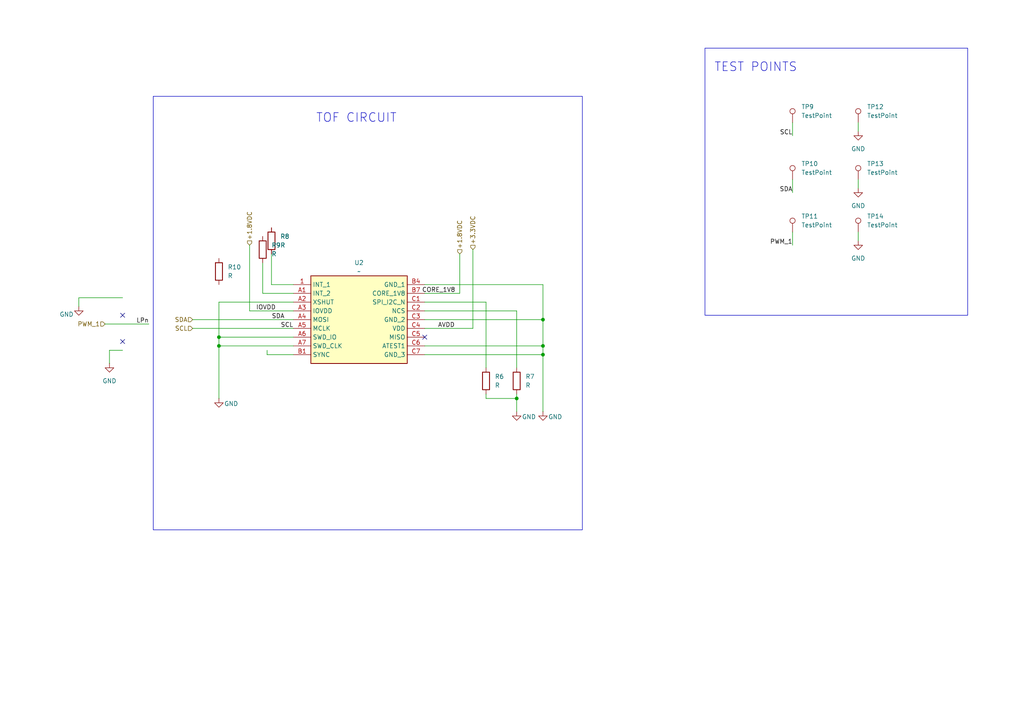
<source format=kicad_sch>
(kicad_sch (version 20231120) (generator "eeschema") (generator_version "8.0")
  (paper "A4")
  (title_block (title "EDGE HUMAN DETECTION BOARD") (rev "0.0.0"))
  (lib_symbols
    (symbol "00_project_parts:VL53L8CXV0GC_1"
      (property "Reference" "U" (at 34.29 7.62 0))
      (property "Value" "VL53L8CXV0GC_1" (at 34.29 5.08 0))
      (symbol "VL53L8CXV0GC_1_1_1"
        (rectangle (start 5.08 2.54) (end 33.02 -22.86) (stroke (width 0.254)) (fill (type background)))
        (pin passive line (at 0 0 0) (length 5.08) (name "INT_1") (number "1"))
        (pin passive line (at 0 -2.54 0) (length 5.08) (name "INT_2") (number "A1"))
        (pin passive line (at 0 -5.08 0) (length 5.08) (name "XSHUT") (number "A2"))
        (pin passive line (at 0 -7.62 0) (length 5.08) (name "IOVDD") (number "A3"))
        (pin passive line (at 0 -10.16 0) (length 5.08) (name "MOSI") (number "A4"))
        (pin passive line (at 0 -12.7 0) (length 5.08) (name "MCLK") (number "A5"))
        (pin passive line (at 0 -15.24 0) (length 5.08) (name "SWD_IO") (number "A6"))
        (pin passive line (at 0 -17.78 0) (length 5.08) (name "SWD_CLK") (number "A7"))
        (pin passive line (at 0 -20.32 0) (length 5.08) (name "SYNC") (number "B1"))
        (pin passive line (at 38.1 0 180) (length 5.08) (name "GND_1") (number "B4"))
        (pin passive line (at 38.1 -2.54 180) (length 5.08) (name "CORE_1V8") (number "B7"))
        (pin passive line (at 38.1 -5.08 180) (length 5.08) (name "SPI_I2C_N") (number "C1"))
        (pin passive line (at 38.1 -7.62 180) (length 5.08) (name "NCS") (number "C2"))
        (pin passive line (at 38.1 -10.16 180) (length 5.08) (name "GND_2") (number "C3"))
        (pin passive line (at 38.1 -12.7 180) (length 5.08) (name "VDD") (number "C4"))
        (pin passive line (at 38.1 -15.24 180) (length 5.08) (name "MISO") (number "C5"))
        (pin passive line (at 38.1 -17.78 180) (length 5.08) (name "ATEST1") (number "C6"))
        (pin passive line (at 38.1 -20.32 180) (length 5.08) (name "GND_3") (number "C7"))
      )
    )
    (symbol "Connector:TestPoint" (pin_numbers hide) (pin_names (offset 0.762) hide)
      (property "Reference" "TP" (at 0 6.858 0))
      (property "Value" "TestPoint" (at 0 5.08 0))
      (symbol "TestPoint_0_1"
        (circle (center 0 3.302) (radius 0.762))
      )
      (symbol "TestPoint_1_1"
        (pin passive line (at 0 0 90) (length 2.54) (name "1") (number "1"))
      )
    )
    (symbol "Device:R" (pin_numbers hide) (pin_names (offset 0))
      (property "Reference" "R" (at 2.032 0 90))
      (property "Value" "R" (at 0 0 90))
      (symbol "R_0_1"
        (rectangle (start -1.016 -2.54) (end 1.016 2.54) (stroke (width 0.254)))
      )
      (symbol "R_1_1"
        (pin passive line (at 0 3.81 270) (length 1.27) (name "~") (number "1"))
        (pin passive line (at 0 -3.81 90) (length 1.27) (name "~") (number "2"))
      )
    )
    (symbol "power:GND" (power) (pin_numbers hide) (pin_names (offset 0) hide)
      (property "Value" "GND" (at 0 -3.81 0))
      (symbol "GND_0_1"
        (polyline (pts (xy 0 0) (xy 0 -1.27) (xy 1.27 -1.27) (xy 0 -2.54) (xy -1.27 -1.27) (xy 0 -1.27)))
      )
      (symbol "GND_1_1"
        (pin power_in line (at 0 0 270) (length 0) (name "~") (number "1"))
      )
    )
  )
  (junction (at 157.48 92.71))
  (junction (at 157.48 100.33))
  (junction (at 157.48 102.87))
  (junction (at 63.5 97.79))
  (junction (at 149.86 115.57))
  (junction (at 63.5 100.33))
  (no_connect (at 35.56 99.06))
  (no_connect (at 35.56 91.44))
  (no_connect (at 123.19 97.79))
  (wire (pts (xy 72.39 71.12) (xy 72.39 90.17)))
  (wire (pts (xy 157.48 100.33) (xy 157.48 102.87)))
  (wire (pts (xy 123.19 85.09) (xy 133.35 85.09)))
  (wire (pts (xy 55.88 95.25) (xy 85.09 95.25)))
  (wire (pts (xy 35.56 86.36) (xy 22.86 86.36)))
  (wire (pts (xy 77.47 101.6) (xy 77.47 102.87)))
  (wire (pts (xy 55.88 92.71) (xy 85.09 92.71)))
  (wire (pts (xy 157.48 119.38) (xy 157.48 102.87)))
  (wire (pts (xy 123.19 90.17) (xy 149.86 90.17)))
  (wire (pts (xy 123.19 95.25) (xy 137.16 95.25)))
  (wire (pts (xy 35.56 101.6) (xy 31.75 101.6)))
  (wire (pts (xy 133.35 73.66) (xy 133.35 85.09)))
  (wire (pts (xy 140.97 115.57) (xy 149.86 115.57)))
  (wire (pts (xy 248.92 54.61) (xy 248.92 52.07)))
  (wire (pts (xy 229.87 71.12) (xy 229.87 67.31)))
  (wire (pts (xy 78.74 73.66) (xy 78.74 82.55)))
  (wire (pts (xy 123.19 87.63) (xy 140.97 87.63)))
  (wire (pts (xy 149.86 90.17) (xy 149.86 106.68)))
  (wire (pts (xy 123.19 82.55) (xy 157.48 82.55)))
  (wire (pts (xy 157.48 92.71) (xy 157.48 100.33)))
  (wire (pts (xy 248.92 69.85) (xy 248.92 67.31)))
  (wire (pts (xy 85.09 87.63) (xy 63.5 87.63)))
  (wire (pts (xy 63.5 97.79) (xy 63.5 100.33)))
  (wire (pts (xy 63.5 97.79) (xy 85.09 97.79)))
  (wire (pts (xy 63.5 100.33) (xy 63.5 115.57)))
  (wire (pts (xy 63.5 87.63) (xy 63.5 97.79)))
  (wire (pts (xy 30.48 93.98) (xy 43.18 93.98)))
  (wire (pts (xy 157.48 82.55) (xy 157.48 92.71)))
  (wire (pts (xy 123.19 102.87) (xy 157.48 102.87)))
  (wire (pts (xy 229.87 55.88) (xy 229.87 52.07)))
  (wire (pts (xy 63.5 100.33) (xy 85.09 100.33)))
  (wire (pts (xy 72.39 90.17) (xy 85.09 90.17)))
  (wire (pts (xy 31.75 101.6) (xy 31.75 105.41)))
  (wire (pts (xy 123.19 92.71) (xy 157.48 92.71)))
  (wire (pts (xy 229.87 39.37) (xy 229.87 35.56)))
  (wire (pts (xy 140.97 87.63) (xy 140.97 106.68)))
  (wire (pts (xy 85.09 82.55) (xy 78.74 82.55)))
  (wire (pts (xy 248.92 38.1) (xy 248.92 35.56)))
  (wire (pts (xy 149.86 115.57) (xy 149.86 119.38)))
  (wire (pts (xy 85.09 85.09) (xy 76.2 85.09)))
  (wire (pts (xy 140.97 114.3) (xy 140.97 115.57)))
  (wire (pts (xy 123.19 100.33) (xy 157.48 100.33)))
  (wire (pts (xy 149.86 114.3) (xy 149.86 115.57)))
  (wire (pts (xy 85.09 102.87) (xy 77.47 102.87)))
  (wire (pts (xy 137.16 72.39) (xy 137.16 95.25)))
  (wire (pts (xy 76.2 76.2) (xy 76.2 85.09)))
  (wire (pts (xy 22.86 86.36) (xy 22.86 88.9)))
  (rectangle (start 204.47 13.97) (end 280.67 91.44))
  (rectangle (start 44.45 27.94) (end 168.91 153.67))
  (text "TEST POINTS" (at 219.202 19.558 0) (effects (font (size 2.54 2.54))))
  (text "TOF CIRCUIT\n" (at 103.378 34.29 0) (effects (font (size 2.54 2.54))))
  (label "PWM_1" (at 229.87 71.12 180))
  (label "SDA" (at 229.87 55.88 180))
  (label "LPn" (at 43.18 93.98 180))
  (label "CORE_1V8" (at 132.08 85.09 180))
  (label "IOVDD" (at 80.01 90.17 180))
  (label "SDA" (at 82.55 92.71 180))
  (label "SCL" (at 85.09 95.25 180))
  (label "SCL" (at 229.87 39.37 180))
  (label "AVDD" (at 127 95.25 0))
  (hierarchical_label "SCL" (shape input) (at 55.88 95.25 180))
  (hierarchical_label "SDA" (shape input) (at 55.88 92.71 180))
  (hierarchical_label "+3.3VDC" (shape input) (at 137.16 72.39 90))
  (hierarchical_label "+1.8VDC" (shape input) (at 133.35 73.66 90))
  (hierarchical_label "+1.8VDC" (shape input) (at 72.39 71.12 90))
  (hierarchical_label "PWM_1" (shape input) (at 30.48 93.98 180))
  (symbol (lib_id "Connector:TestPoint") (at 229.87 67.31 0) (unit 1)
    (property "Reference" "TP11" (at 232.41 62.7379 0) (effects (justify left)))
    (property "Value" "TestPoint" (at 232.41 65.2779 0) (effects (justify left)))
    (property "Footprint" "TestPoint:TestPoint_Pad_D2.0mm" (effects (hide yes)))
    (property "Description" "test point" (effects (hide yes)))
  )
  (symbol (lib_id "power:GND") (at 248.92 54.61 0) (unit 1)
    (property "Reference" "#PWR020" (effects (hide yes)))
    (property "Value" "GND" (at 248.92 59.69 0))
    (property "Description" "Power symbol creates a global label with name \"GND\" , ground" (effects (hide yes)))
  )
  (symbol (lib_id "power:GND") (at 31.75 105.41 0) (unit 1)
    (property "Reference" "#PWR018" (effects (hide yes)))
    (property "Value" "GND" (at 31.75 110.49 0))
    (property "Description" "Power symbol creates a global label with name \"GND\" , ground" (effects (hide yes)))
  )
  (symbol (lib_id "Device:R") (at 140.97 110.49 0) (unit 1)
    (property "Reference" "R6" (at 143.51 109.2199 0) (effects (justify left)))
    (property "Value" "R" (at 143.51 111.7599 0) (effects (justify left)))
    (property "Footprint" "Resistor_SMD:R_0805_2012Metric_Pad1.20x1.40mm_HandSolder" (effects (hide yes)))
    (property "Description" "Resistor" (effects (hide yes)))
  )
  (symbol (lib_id "Connector:TestPoint") (at 248.92 35.56 0) (unit 1)
    (property "Reference" "TP12" (at 251.46 30.9879 0) (effects (justify left)))
    (property "Value" "TestPoint" (at 251.46 33.5279 0) (effects (justify left)))
    (property "Footprint" "TestPoint:TestPoint_Pad_D2.0mm" (effects (hide yes)))
    (property "Description" "test point" (effects (hide yes)))
  )
  (symbol (lib_id "00_project_parts:VL53L8CXV0GC_1") (at 85.09 82.55 0) (unit 1)
    (property "Reference" "U2" (at 104.14 76.2 0))
    (property "Value" "~" (at 104.14 78.74 0))
    (property "Footprint" "VL53L8CXV0GC1" (effects (hide yes)))
    (property "Datasheet" "https://www.st.com/resource/en/datasheet/vl53l8cx.pdf" (effects (hide yes)))
    (property "Description" "Low-power high-performance 8x8 multizone Time-of-Flight sensor 940 nm, 6.4x3.0x1.75 mm, -30 to 85C" (effects (hide yes)))
    (property "Height" "1.8" (effects (hide yes)))
    (property "Mouser Part Number" "511-VL53L8CXV0GC/1" (effects (hide yes)))
    (property "Mouser Price/Stock" "https://www.mouser.co.uk/ProductDetail/STMicroelectronics/VL53L8CXV0GC-1?qs=T%252BzbugeAwjhc9idkQC%252BF8g%3D%3D" (effects (hide yes)))
    (property "Manufacturer_Name" "STMicroelectronics" (effects (hide yes)))
    (property "Manufacturer_Part_Number" "VL53L8CXV0GC/1" (effects (hide yes)))
  )
  (symbol (lib_id "Connector:TestPoint") (at 248.92 52.07 0) (unit 1)
    (property "Reference" "TP13" (at 251.46 47.4979 0) (effects (justify left)))
    (property "Value" "TestPoint" (at 251.46 50.0379 0) (effects (justify left)))
    (property "Footprint" "TestPoint:TestPoint_Pad_D2.0mm" (effects (hide yes)))
    (property "Description" "test point" (effects (hide yes)))
  )
  (symbol (lib_id "power:GND") (at 248.92 38.1 0) (unit 1)
    (property "Reference" "#PWR019" (effects (hide yes)))
    (property "Value" "GND" (at 248.92 43.18 0))
    (property "Description" "Power symbol creates a global label with name \"GND\" , ground" (effects (hide yes)))
  )
  (symbol (lib_id "power:GND") (at 22.86 88.9 0) (unit 1)
    (property "Reference" "#PWR017" (effects (hide yes)))
    (property "Value" "GND" (at 19.304 91.186 0))
    (property "Description" "Power symbol creates a global label with name \"GND\" , ground" (effects (hide yes)))
  )
  (symbol (lib_id "Device:R") (at 78.74 69.85 0) (unit 1)
    (property "Reference" "R8" (at 81.28 68.5799 0) (effects (justify left)))
    (property "Value" "R" (at 81.28 71.1199 0) (effects (justify left)))
    (property "Footprint" "Resistor_SMD:R_0805_2012Metric_Pad1.20x1.40mm_HandSolder" (effects (hide yes)))
    (property "Description" "Resistor" (effects (hide yes)))
  )
  (symbol (lib_id "Connector:TestPoint") (at 229.87 35.56 0) (unit 1)
    (property "Reference" "TP9" (at 232.41 30.9879 0) (effects (justify left)))
    (property "Value" "TestPoint" (at 232.41 33.5279 0) (effects (justify left)))
    (property "Footprint" "TestPoint:TestPoint_Pad_D2.0mm" (effects (hide yes)))
    (property "Description" "test point" (effects (hide yes)))
  )
  (symbol (lib_id "Device:R") (at 63.5 78.74 0) (unit 1)
    (property "Reference" "R10" (at 66.04 77.4699 0) (effects (justify left)))
    (property "Value" "R" (at 66.04 80.0099 0) (effects (justify left)))
    (property "Footprint" "Resistor_SMD:R_0805_2012Metric_Pad1.20x1.40mm_HandSolder" (effects (hide yes)))
    (property "Description" "Resistor" (effects (hide yes)))
  )
  (symbol (lib_id "power:GND") (at 149.86 119.38 0) (unit 1)
    (property "Reference" "#PWR022" (effects (hide yes)))
    (property "Value" "GND" (at 153.416 120.904 0))
    (property "Description" "Power symbol creates a global label with name \"GND\" , ground" (effects (hide yes)))
  )
  (symbol (lib_id "Connector:TestPoint") (at 229.87 52.07 0) (unit 1)
    (property "Reference" "TP10" (at 232.41 47.4979 0) (effects (justify left)))
    (property "Value" "TestPoint" (at 232.41 50.0379 0) (effects (justify left)))
    (property "Footprint" "TestPoint:TestPoint_Pad_D2.0mm" (effects (hide yes)))
    (property "Description" "test point" (effects (hide yes)))
  )
  (symbol (lib_id "Device:R") (at 76.2 72.39 0) (unit 1)
    (property "Reference" "R9" (at 78.74 71.1199 0) (effects (justify left)))
    (property "Value" "R" (at 78.74 73.6599 0) (effects (justify left)))
    (property "Footprint" "Resistor_SMD:R_0805_2012Metric_Pad1.20x1.40mm_HandSolder" (effects (hide yes)))
    (property "Description" "Resistor" (effects (hide yes)))
  )
  (symbol (lib_id "power:GND") (at 248.92 69.85 0) (unit 1)
    (property "Reference" "#PWR021" (effects (hide yes)))
    (property "Value" "GND" (at 248.92 74.93 0))
    (property "Description" "Power symbol creates a global label with name \"GND\" , ground" (effects (hide yes)))
  )
  (symbol (lib_id "Device:R") (at 149.86 110.49 0) (unit 1)
    (property "Reference" "R7" (at 152.4 109.2199 0) (effects (justify left)))
    (property "Value" "R" (at 152.4 111.7599 0) (effects (justify left)))
    (property "Footprint" "Resistor_SMD:R_0805_2012Metric_Pad1.20x1.40mm_HandSolder" (effects (hide yes)))
    (property "Description" "Resistor" (effects (hide yes)))
  )
  (symbol (lib_id "power:GND") (at 157.48 119.38 0) (unit 1)
    (property "Reference" "#PWR023" (effects (hide yes)))
    (property "Value" "GND" (at 161.036 120.904 0))
    (property "Description" "Power symbol creates a global label with name \"GND\" , ground" (effects (hide yes)))
  )
  (symbol (lib_id "Connector:TestPoint") (at 248.92 67.31 0) (unit 1)
    (property "Reference" "TP14" (at 251.46 62.7379 0) (effects (justify left)))
    (property "Value" "TestPoint" (at 251.46 65.2779 0) (effects (justify left)))
    (property "Footprint" "TestPoint:TestPoint_Pad_D2.0mm" (effects (hide yes)))
    (property "Description" "test point" (effects (hide yes)))
  )
  (symbol (lib_id "power:GND") (at 63.5 115.57 0) (unit 1)
    (property "Reference" "#PWR024" (effects (hide yes)))
    (property "Value" "GND" (at 67.056 117.094 0))
    (property "Description" "Power symbol creates a global label with name \"GND\" , ground" (effects (hide yes)))
  )
)
</source>
